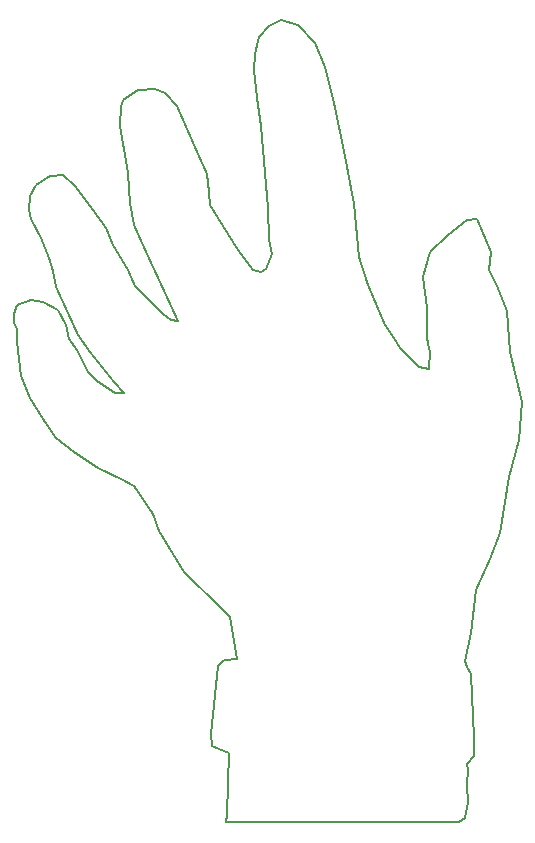
<source format=gbr>
G04 #@! TF.FileFunction,Profile,NP*
%FSLAX46Y46*%
G04 Gerber Fmt 4.6, Leading zero omitted, Abs format (unit mm)*
G04 Created by KiCad (PCBNEW 4.0.7-e2-6376~58~ubuntu16.04.1) date Wed Nov 29 21:12:47 2017*
%MOMM*%
%LPD*%
G01*
G04 APERTURE LIST*
%ADD10C,0.100000*%
%ADD11C,0.150000*%
G04 APERTURE END LIST*
D10*
D11*
X134797800Y-131927600D02*
X135305800Y-131648200D01*
X115011200Y-131953000D02*
X134797800Y-131927600D01*
X115087400Y-131343400D02*
X115011200Y-131953000D01*
X115316000Y-126111000D02*
X115087400Y-131343400D01*
X114427000Y-125755400D02*
X115316000Y-126111000D01*
X113817400Y-125501400D02*
X114427000Y-125755400D01*
X113792000Y-124536200D02*
X113817400Y-125501400D01*
X114325400Y-118770400D02*
X113792000Y-124536200D01*
X114884200Y-118262400D02*
X114325400Y-118770400D01*
X115951000Y-118135400D02*
X114884200Y-118262400D01*
X115366800Y-114579400D02*
X115951000Y-118135400D01*
X114655600Y-113944400D02*
X115366800Y-114579400D01*
X111455200Y-110794800D02*
X114655600Y-113944400D01*
X109397800Y-107315000D02*
X111455200Y-110794800D01*
X108839000Y-105867200D02*
X109397800Y-107315000D01*
X107213400Y-103505000D02*
X108839000Y-105867200D01*
X106324400Y-102997000D02*
X107213400Y-103505000D01*
X104216200Y-102006400D02*
X106324400Y-102997000D01*
X102158800Y-100584000D02*
X104216200Y-102006400D01*
X100634800Y-99415600D02*
X102158800Y-100584000D01*
X99517200Y-97866200D02*
X100634800Y-99415600D01*
X98475800Y-96037400D02*
X99517200Y-97866200D01*
X97663000Y-94183200D02*
X98475800Y-96037400D01*
X97510600Y-92735400D02*
X97663000Y-94183200D01*
X97358200Y-91313000D02*
X97510600Y-92735400D01*
X97307400Y-90220800D02*
X97358200Y-91313000D01*
X97053400Y-89712800D02*
X97307400Y-90220800D01*
X97104200Y-88976200D02*
X97053400Y-89712800D01*
X97358200Y-88188800D02*
X97104200Y-88976200D01*
X98501200Y-87731600D02*
X97358200Y-88188800D01*
X99517200Y-87909400D02*
X98501200Y-87731600D01*
X100787200Y-88595200D02*
X99517200Y-87909400D01*
X101498400Y-89890600D02*
X100787200Y-88595200D01*
X101777800Y-91084400D02*
X101498400Y-89890600D01*
X102387400Y-91998800D02*
X101777800Y-91084400D01*
X103378000Y-93853000D02*
X102387400Y-91998800D01*
X104114600Y-94615000D02*
X103378000Y-93853000D01*
X105613200Y-95631000D02*
X104114600Y-94615000D01*
X106400600Y-95631000D02*
X105613200Y-95631000D01*
X105537000Y-94716600D02*
X106400600Y-95631000D01*
X103505000Y-92176600D02*
X105537000Y-94716600D01*
X102463600Y-90754200D02*
X103505000Y-92176600D01*
X101625400Y-88849200D02*
X102463600Y-90754200D01*
X100660200Y-86664800D02*
X101625400Y-88849200D01*
X100380800Y-85267800D02*
X100660200Y-86664800D01*
X100076000Y-84175600D02*
X100380800Y-85267800D01*
X99364800Y-82499200D02*
X100076000Y-84175600D01*
X98526600Y-80924400D02*
X99364800Y-82499200D01*
X98348800Y-80162400D02*
X98526600Y-80924400D01*
X98399600Y-78943200D02*
X98348800Y-80162400D01*
X98983800Y-77978000D02*
X98399600Y-78943200D01*
X100126800Y-77266800D02*
X98983800Y-77978000D01*
X101193600Y-77190600D02*
X100126800Y-77266800D01*
X102209600Y-78105000D02*
X101193600Y-77190600D01*
X103809800Y-80111600D02*
X102209600Y-78105000D01*
X104851200Y-81661000D02*
X103809800Y-80111600D01*
X105486200Y-83083400D02*
X104851200Y-81661000D01*
X106705400Y-85217000D02*
X105486200Y-83083400D01*
X107340400Y-86537800D02*
X106705400Y-85217000D01*
X108534200Y-87782400D02*
X107340400Y-86537800D01*
X109677200Y-88950800D02*
X108534200Y-87782400D01*
X110388400Y-89458800D02*
X109677200Y-88950800D01*
X110972600Y-89535000D02*
X110388400Y-89458800D01*
X108305600Y-83820000D02*
X110972600Y-89535000D01*
X107238800Y-81432400D02*
X108305600Y-83820000D01*
X106908600Y-79578200D02*
X107238800Y-81432400D01*
X106756200Y-76962000D02*
X106908600Y-79578200D01*
X106603800Y-75971400D02*
X106756200Y-76962000D01*
X106070400Y-73025000D02*
X106603800Y-75971400D01*
X106121200Y-71374000D02*
X106070400Y-73025000D01*
X106299000Y-70815200D02*
X106121200Y-71374000D01*
X107594400Y-69977000D02*
X106299000Y-70815200D01*
X109042200Y-69926200D02*
X107594400Y-69977000D01*
X109829600Y-70231000D02*
X109042200Y-69926200D01*
X110871000Y-71323200D02*
X109829600Y-70231000D01*
X112293400Y-74599800D02*
X110871000Y-71323200D01*
X113461800Y-77063600D02*
X112293400Y-74599800D01*
X113588800Y-78613000D02*
X113461800Y-77063600D01*
X113665000Y-79730600D02*
X113588800Y-78613000D01*
X114350800Y-80822800D02*
X113665000Y-79730600D01*
X116052600Y-83540600D02*
X114350800Y-80822800D01*
X117297200Y-85191600D02*
X116052600Y-83540600D01*
X118033800Y-85369400D02*
X117297200Y-85191600D01*
X118414800Y-85115400D02*
X118033800Y-85369400D01*
X118897400Y-83870800D02*
X118414800Y-85115400D01*
X118694200Y-82651600D02*
X118897400Y-83870800D01*
X118567200Y-79933800D02*
X118694200Y-82651600D01*
X117957600Y-73025000D02*
X118567200Y-79933800D01*
X117652800Y-70637400D02*
X117957600Y-73025000D01*
X117398800Y-68300600D02*
X117652800Y-70637400D01*
X117449600Y-66929000D02*
X117398800Y-68300600D01*
X117830600Y-65481200D02*
X117449600Y-66929000D01*
X118668800Y-64592200D02*
X117830600Y-65481200D01*
X119684800Y-64084200D02*
X118668800Y-64592200D01*
X121107200Y-64439800D02*
X119684800Y-64084200D01*
X122555000Y-65963800D02*
X121107200Y-64439800D01*
X123418600Y-67995800D02*
X122555000Y-65963800D01*
X124180600Y-71069200D02*
X123418600Y-67995800D01*
X125044200Y-75107800D02*
X124180600Y-71069200D01*
X125907800Y-79629000D02*
X125044200Y-75107800D01*
X126288800Y-84124800D02*
X125907800Y-79629000D01*
X127025400Y-86487000D02*
X126288800Y-84124800D01*
X128473200Y-89839800D02*
X127025400Y-86487000D01*
X129260600Y-90957400D02*
X128473200Y-89839800D01*
X129768600Y-91821000D02*
X129260600Y-90957400D01*
X131368800Y-93421200D02*
X129768600Y-91821000D01*
X132181600Y-93624400D02*
X131368800Y-93421200D01*
X132334000Y-92176600D02*
X132181600Y-93624400D01*
X132156200Y-91490800D02*
X132334000Y-92176600D01*
X132054600Y-90881200D02*
X132156200Y-91490800D01*
X132029200Y-88468200D02*
X132054600Y-90881200D01*
X131749800Y-85775800D02*
X132029200Y-88468200D01*
X132308600Y-83693000D02*
X131749800Y-85775800D01*
X133832600Y-82245200D02*
X132308600Y-83693000D01*
X135458200Y-80975200D02*
X133832600Y-82245200D01*
X136271000Y-80899000D02*
X135458200Y-80975200D01*
X137439400Y-83693000D02*
X136271000Y-80899000D01*
X137261600Y-85217000D02*
X137439400Y-83693000D01*
X137998200Y-86588600D02*
X137261600Y-85217000D01*
X138811000Y-88646000D02*
X137998200Y-86588600D01*
X139065000Y-92176600D02*
X138811000Y-88646000D01*
X140055600Y-96418400D02*
X139065000Y-92176600D01*
X139801600Y-99568000D02*
X140055600Y-96418400D01*
X139014200Y-102743000D02*
X139801600Y-99568000D01*
X138252200Y-107492800D02*
X139014200Y-102743000D01*
X137388600Y-109702600D02*
X138252200Y-107492800D01*
X136220200Y-112268000D02*
X137388600Y-109702600D01*
X135763000Y-115976400D02*
X136220200Y-112268000D01*
X135280400Y-118338600D02*
X135763000Y-115976400D01*
X135432800Y-118846600D02*
X135280400Y-118338600D01*
X135813800Y-119430800D02*
X135432800Y-118846600D01*
X136017000Y-124790200D02*
X135813800Y-119430800D01*
X135991600Y-126390400D02*
X136017000Y-124790200D01*
X135458200Y-127000000D02*
X135991600Y-126390400D01*
X135483600Y-127558800D02*
X135458200Y-127000000D01*
X135458200Y-128828800D02*
X135483600Y-127558800D01*
X135483600Y-130225800D02*
X135458200Y-128828800D01*
X135305800Y-131648200D02*
X135483600Y-130225800D01*
M02*

</source>
